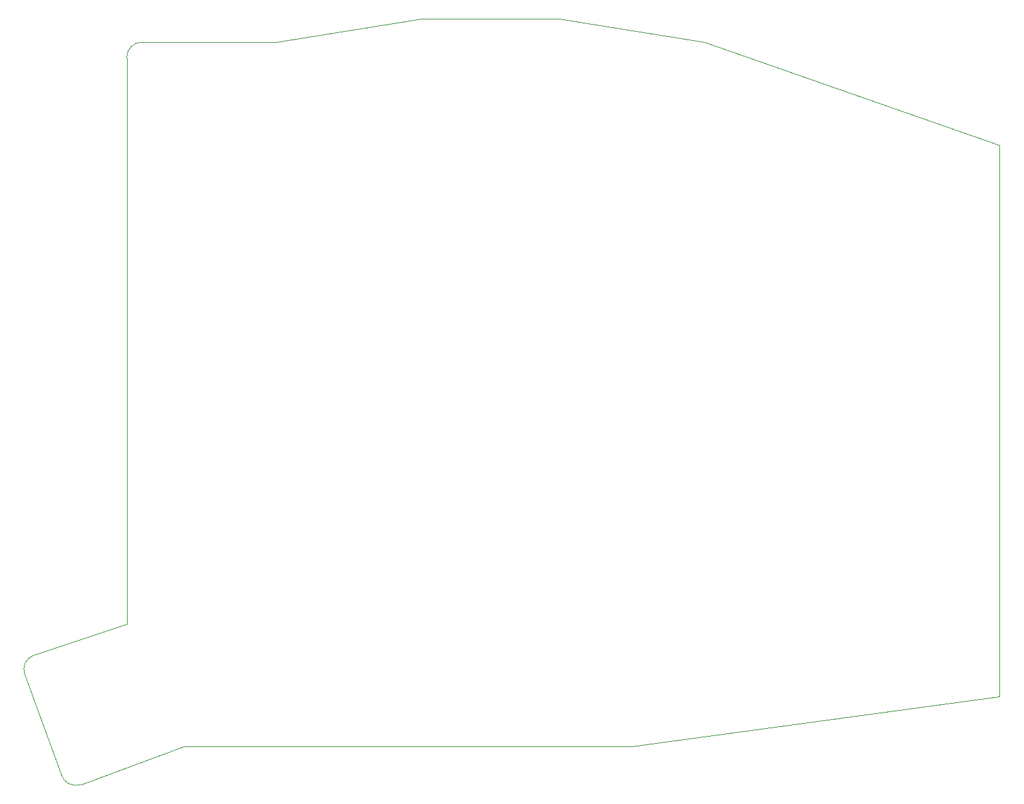
<source format=gm1>
%TF.GenerationSoftware,KiCad,Pcbnew,7.0.1-0*%
%TF.CreationDate,2023-04-06T16:29:47+08:00*%
%TF.ProjectId,Input,496e7075-742e-46b6-9963-61645f706362,2*%
%TF.SameCoordinates,PX7bfa480PY6052340*%
%TF.FileFunction,Profile,NP*%
%FSLAX46Y46*%
G04 Gerber Fmt 4.6, Leading zero omitted, Abs format (unit mm)*
G04 Created by KiCad (PCBNEW 7.0.1-0) date 2023-04-06 16:29:47*
%MOMM*%
%LPD*%
G01*
G04 APERTURE LIST*
%TA.AperFunction,Profile*%
%ADD10C,0.100000*%
%TD*%
%TA.AperFunction,Profile*%
%ADD11C,0.120000*%
%TD*%
G04 APERTURE END LIST*
D10*
X29000000Y50000000D02*
X10000000Y47000000D01*
X-21625889Y-33107892D02*
G75*
G03*
X-22821225Y-35671343I684089J-1879408D01*
G01*
X66000000Y47000000D02*
X47000000Y50000000D01*
X-7500000Y47000000D02*
X-7500000Y47000000D01*
X-9500000Y45000000D02*
X-9500000Y-29000000D01*
X10000000Y47000000D02*
X7500000Y47000000D01*
X56500000Y-45000000D02*
X104500000Y-38500000D01*
X-2000000Y-45000000D02*
X56500000Y-45000000D01*
X-7500000Y47000000D02*
G75*
G03*
X-9500000Y45000000I0J-2000000D01*
G01*
X-18032994Y-48827058D02*
G75*
G03*
X-15469517Y-50022385I1879394J684058D01*
G01*
X-15469517Y-50022385D02*
X-2000000Y-45000000D01*
X-21625880Y-33107917D02*
X-9500000Y-29000000D01*
X104500000Y33500000D02*
X66000000Y47000000D01*
X47000000Y50000000D02*
X29000000Y50000000D01*
X104500000Y-38500000D02*
X104500000Y33500000D01*
X-22821225Y-35671343D02*
X-18032943Y-48827040D01*
D11*
%TO.C,J1*%
X7500000Y47000000D02*
X-7500000Y47000000D01*
%TD*%
M02*

</source>
